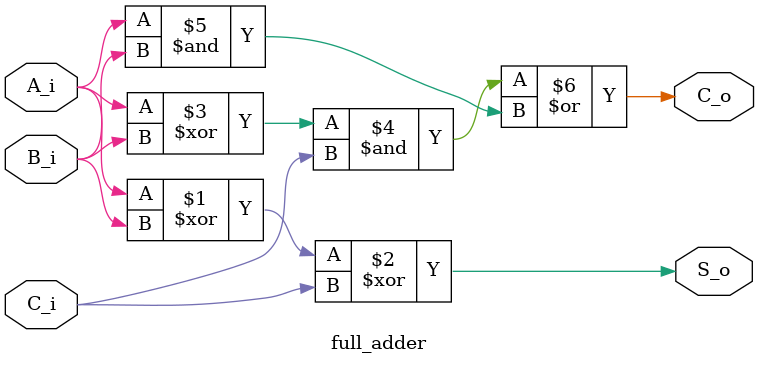
<source format=v>
module full_adder (A_i, B_i, C_i, S_o, C_o);

    input A_i;
    input B_i;
    input C_i;
    output S_o;
    output C_o;

    assign S_o = A_i ^ B_i ^ C_i;
    assign C_o = ((A_i ^ B_i) & C_i) | (A_i & B_i);

endmodule
</source>
